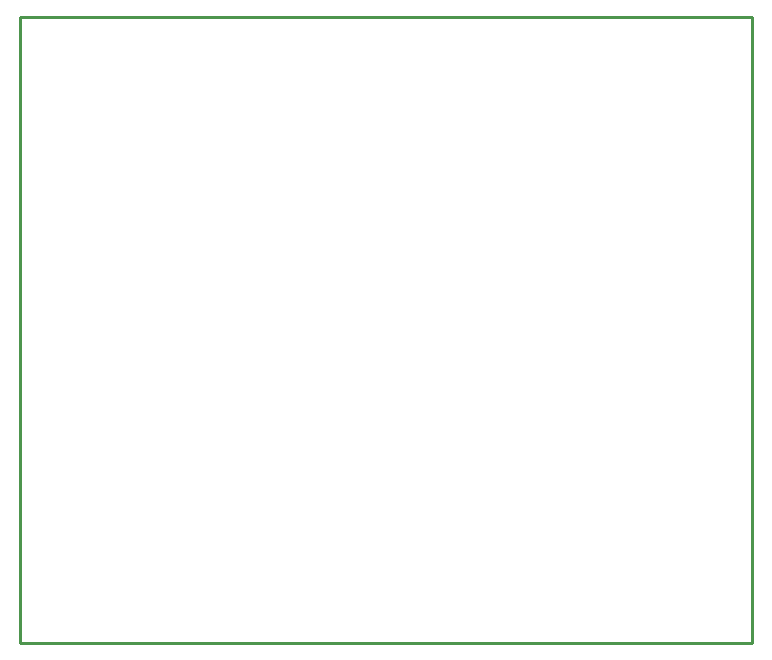
<source format=gm1>
G04*
G04 #@! TF.GenerationSoftware,Altium Limited,Altium Designer,24.8.2 (39)*
G04*
G04 Layer_Color=16711935*
%FSLAX25Y25*%
%MOIN*%
G70*
G04*
G04 #@! TF.SameCoordinates,AA557069-6426-4FA0-AAFB-6E3012F5CD7C*
G04*
G04*
G04 #@! TF.FilePolarity,Positive*
G04*
G01*
G75*
%ADD14C,0.01000*%
D14*
Y208661D02*
X244094D01*
Y0D02*
Y208661D01*
X0Y0D02*
X244094D01*
X0D02*
Y208661D01*
M02*

</source>
